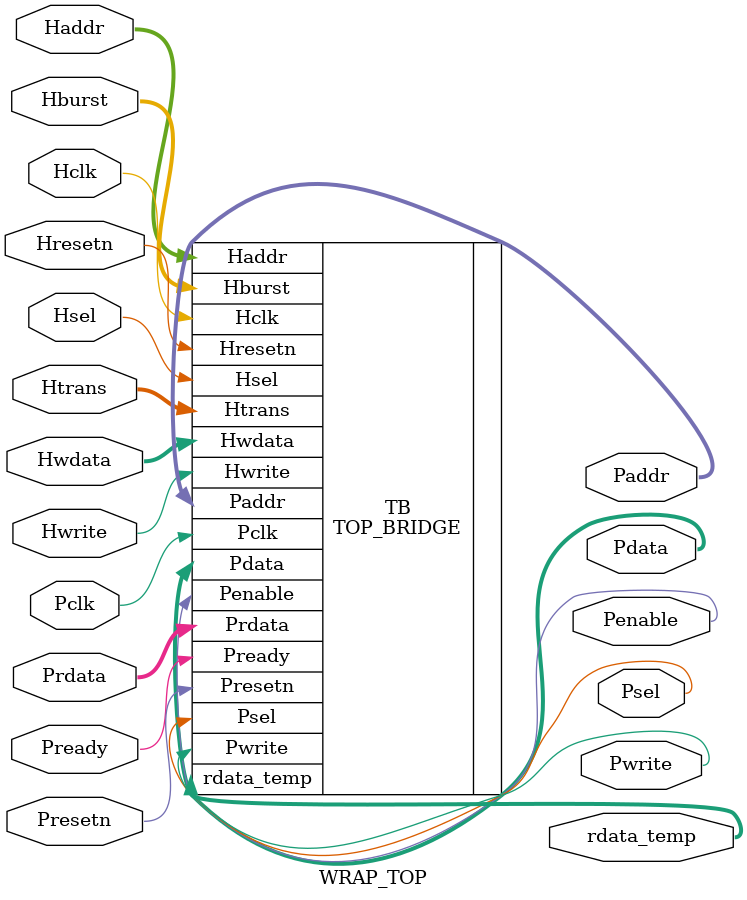
<source format=v>
`timescale 1ns / 1ps


module WRAP_TOP(
                     input Hclk, Pclk, Hresetn, Presetn,
                     input [1:0]       Htrans,
                     input [31:0]       Haddr,
                     input [31:0]       Hwdata,
                     input [1:0]       Hburst,
                     input             Hwrite,
                     input             Hsel,
                     input             Pready,
                     input [31:0]      Prdata,
                     
                     output Psel,
                     output [31:0] Paddr,
                     output [31:0] Pdata,
                     output [31:0] rdata_temp,
                     output Pwrite,
                     output Penable
    );
    
    TOP_BRIDGE TB (
                     .Hclk(Hclk), 
                     .Pclk(Pclk), 
                     .Hresetn(Hresetn), 
                     .Presetn(Presetn),
                     .Htrans(Htrans),
                     .Haddr(Haddr),
                     .Hwdata(Hwdata),
                     .Hburst(Hburst),
                     .Hwrite(Hwrite),
                     .Hsel(Hsel),
                     .Pready(Pready),
                     .Prdata(Prdata),
   
                     .Psel(Psel),
                     .Paddr(Paddr),
                     .Pdata(Pdata),
                     .rdata_temp(rdata_temp),
                     .Pwrite(Pwrite),
                     .Penable(Penable)
                    
    );
endmodule
</source>
